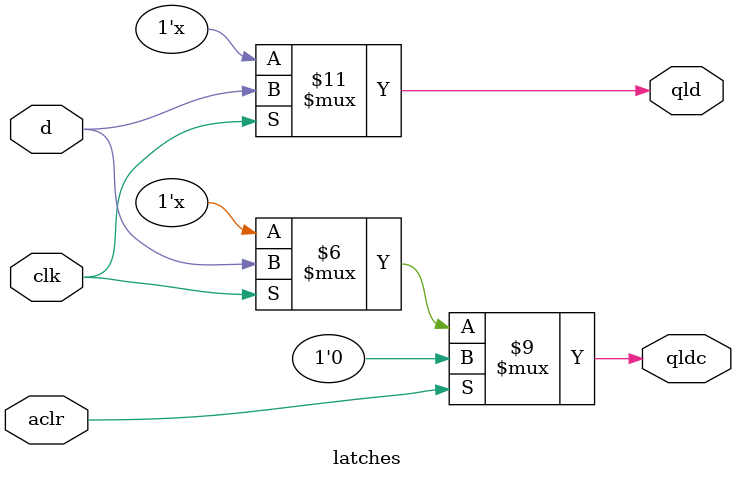
<source format=v>
module latches(d, clk, aclr, qldc, qld);
  input  d, clk, aclr;
  output qldc, qld;

  reg qldc, qld;

  always @(clk or d)
  begin
    if (clk==1) qld <= d;
  end
  
  always @(clk or aclr or d)
  begin
    if     (aclr==1) qldc <= 0;
    else if (clk==1) qldc <= d;
  end

endmodule

</source>
